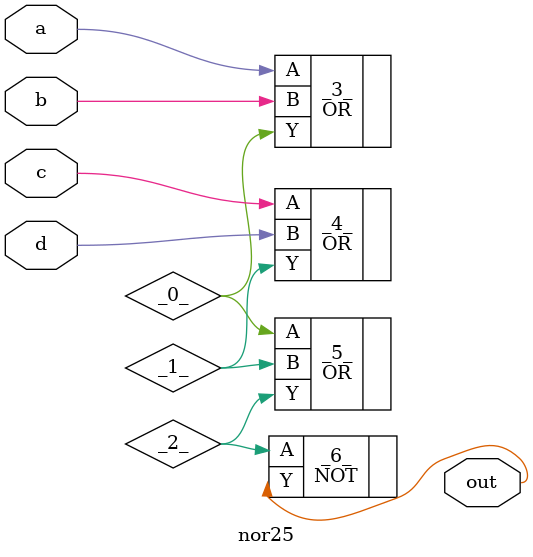
<source format=v>
/* Generated by Yosys 0.41+83 (git sha1 7045cf509, x86_64-w64-mingw32-g++ 13.2.1 -Os) */

/* cells_not_processed =  1  */
/* src = "nor25.v:3.1-13.10" */
module nor25(a, b, c, d, out);
  wire _0_;
  wire _1_;
  wire _2_;
  /* src = "nor25.v:4.9-4.10" */
  input a;
  wire a;
  /* src = "nor25.v:5.9-5.10" */
  input b;
  wire b;
  /* src = "nor25.v:6.9-6.10" */
  input c;
  wire c;
  /* src = "nor25.v:7.9-7.10" */
  input d;
  wire d;
  /* src = "nor25.v:8.10-8.13" */
  output out;
  wire out;
  OR _3_ (
    .A(a),
    .B(b),
    .Y(_0_)
  );
  OR _4_ (
    .A(c),
    .B(d),
    .Y(_1_)
  );
  OR _5_ (
    .A(_0_),
    .B(_1_),
    .Y(_2_)
  );
  NOT _6_ (
    .A(_2_),
    .Y(out)
  );
endmodule

</source>
